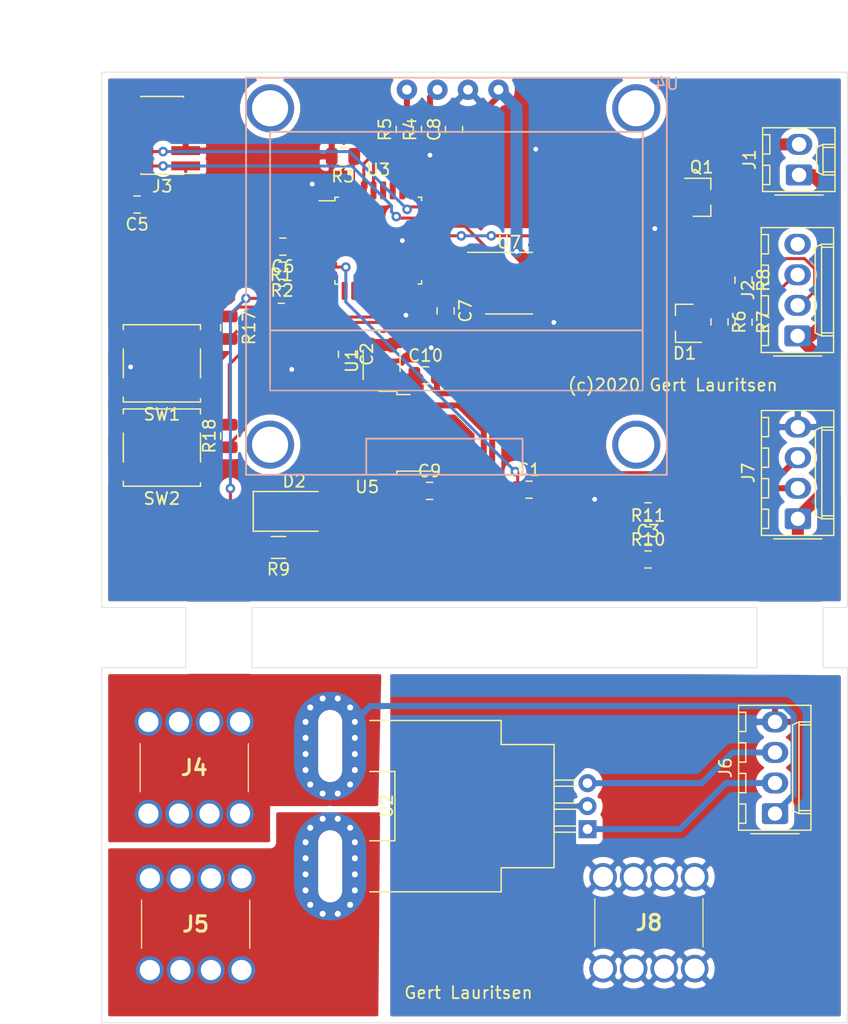
<source format=kicad_pcb>
(kicad_pcb (version 20171130) (host pcbnew "(5.1.6)-1")
  (layers (0 F.Cu signal) (31 B.Cu signal) (34 B.Paste user) (35 F.Paste user) (36 B.SilkS user) (37 F.SilkS user) (38 B.Mask user) (39 F.Mask user) (44 Edge.Cuts user))
  (net 0 "")
  (net 1 GNDD)
  (net 2 +3V3)
  (net 3 "Net-(J1-Pad2)")
  (net 4 "Net-(J2-Pad3)")
  (net 5 "Net-(J2-Pad2)")
  (net 6 Vbat)
  (net 7 "Net-(R3-Pad1)")
  (net 8 SCL)
  (net 9 SDA)
  (net 10 "Net-(D1-Pad1)")
  (net 11 "Net-(D1-Pad2)")
  (net 12 RST)
  (net 13 DIR)
  (net 14 TX)
  (net 15 RX)
  (net 16 SWDCLK)
  (net 17 SWDIO)
  (net 18 Buzz)
  (net 19 +BATT)
  (net 20 "Net-(C9-Pad1)")
  (net 21 "Net-(J5-Pad3)")
  (net 22 "Net-(J5-Pad1)")
  (net 23 "Net-(J6-Pad2)")
  (net 24 Knap1)
  (net 25 Knap2)
  (net 26 +Ibat)
  (net 27 +5V)
  (net 28 "Net-(J4-Pad1)")
  (net 29 "Net-(J6-Pad4)")
  (net 30 "Net-(J6-Pad3)")
  (net 31 "Net-(C3-Pad1)")
  (module "LIb:1.3 IIC display" (layer B.Cu) (at 148 60.46 180)
    (fp_text reference U4 (at 0 -0.5) (layer B.SilkS) (effects (justify mirror)))
    (fp_text value OLED128x64)
    (pad 1 thru_hole circle (at 14 -1 180) (size 1.7 1.7) (drill 0.8) (layers *.Cu *.Mask) (net 2 +3V3))
    (pad 2 thru_hole circle (at 16.54 -1 180) (size 1.7 1.7) (drill 0.8) (layers *.Cu *.Mask) (net 1 GNDD))
    (pad 3 thru_hole circle (at 19.08 -1 180) (size 1.7 1.7) (drill 0.8) (layers *.Cu *.Mask) (net 8 SCL))
    (pad 4 thru_hole circle (at 21.62 -1 180) (size 1.7 1.7) (drill 0.8) (layers *.Cu *.Mask) (net 9 SDA))
    (pad A thru_hole circle (at 2.54 -2.54 180) (size 4 4) (drill 3) (layers *.Cu *.Mask))
    (pad A thru_hole circle (at 33 -2.54 180) (size 4 4) (drill 3) (layers *.Cu *.Mask))
    (pad A thru_hole circle (at 33 -30.5 180) (size 4 4) (drill 3) (layers *.Cu *.Mask))
    (pad A thru_hole circle (at 2.54 -30.5 180) (size 4 4) (drill 3) (layers *.Cu *.Mask))
  )
  (module Resistor_SMD:R_0805_2012Metric (layer F.Cu) (at 146.4375 98.5)
    (fp_text reference R11 (at 0 -1.65) (layer F.SilkS))
    (fp_text value 0R)
    (pad 2 smd roundrect (at 0.9375 0) (size 0.975 1.4) (layers F.Cu F.Paste F.Mask) (net 31 "Net-(C3-Pad1)"))
    (pad 1 smd roundrect (at -0.9375 0) (size 0.975 1.4) (layers F.Cu F.Paste F.Mask) (net 2 +3V3))
  )
  (module Resistor_SMD:R_0805_2012Metric (layer F.Cu) (at 146.4375 100.5)
    (fp_text reference R10 (at 0 -1.65) (layer F.SilkS))
    (fp_text value NM)
    (pad 2 smd roundrect (at 0.9375 0) (size 0.975 1.4) (layers F.Cu F.Paste F.Mask) (net 31 "Net-(C3-Pad1)"))
    (pad 1 smd roundrect (at -0.9375 0) (size 0.975 1.4) (layers F.Cu F.Paste F.Mask) (net 27 +5V))
  )
  (module Kicad:7460307 (layer F.Cu) (at 142.7 134.5)
    (fp_text reference J8 (at 3.81 -3.81) (layer F.SilkS) (effects (font (size 1.27 1.27) (thickness 0.254))))
    (fp_text value Conn_01x01 hide)
    (pad 1 thru_hole circle (at 0 -7.62) (size 2.3 2.3) (drill 1.675) (layers *.Cu *.Mask) (net 29 "Net-(J6-Pad4)"))
    (pad 1 thru_hole circle (at 2.54 -7.62) (size 2.3 2.3) (drill 1.675) (layers *.Cu *.Mask) (net 29 "Net-(J6-Pad4)"))
    (pad 1 thru_hole circle (at 5.08 -7.62) (size 2.3 2.3) (drill 1.675) (layers *.Cu *.Mask) (net 29 "Net-(J6-Pad4)"))
    (pad 1 thru_hole circle (at 7.62 -7.62) (size 2.3 2.3) (drill 1.675) (layers *.Cu *.Mask) (net 29 "Net-(J6-Pad4)"))
    (pad 1 thru_hole circle (at 7.62 0) (size 2.3 2.3) (drill 1.675) (layers *.Cu *.Mask) (net 29 "Net-(J6-Pad4)"))
    (pad 1 thru_hole circle (at 5.08 0) (size 2.3 2.3) (drill 1.675) (layers *.Cu *.Mask) (net 29 "Net-(J6-Pad4)"))
    (pad 1 thru_hole circle (at 2.54 0) (size 2.3 2.3) (drill 1.675) (layers *.Cu *.Mask) (net 29 "Net-(J6-Pad4)"))
    (pad 1 thru_hole circle (at 0 0) (size 2.3 2.3) (drill 1.675) (layers *.Cu *.Mask) (net 29 "Net-(J6-Pad4)"))
  )
  (module Resistor_SMD:R_0805_2012Metric (layer F.Cu) (at 111.6 90.2375 90)
    (fp_text reference R18 (at 0 -1.65 90) (layer F.SilkS))
    (fp_text value 10k)
    (pad 2 smd roundrect (at 0.9375 0 90) (size 0.975 1.4) (layers F.Cu F.Paste F.Mask) (net 25 Knap2))
    (pad 1 smd roundrect (at -0.9375 0 90) (size 0.975 1.4) (layers F.Cu F.Paste F.Mask) (net 2 +3V3))
  )
  (module Package_TO_SOT_SMD:TO-252-2 (layer F.Cu) (at 123.075 89.975 180)
    (fp_text reference U5 (at 0 -4.5) (layer F.SilkS))
    (fp_text value LM78M05_TO252)
    (pad 2 smd rect (at 2.1 0 180) (size 6.4 5.8) (layers F.Cu F.Mask) (net 1 GNDD))
    (pad 3 smd rect (at -4.2 2.28 180) (size 2.2 1.2) (layers F.Cu F.Paste F.Mask) (net 27 +5V))
    (pad 1 smd rect (at -4.2 -2.28 180) (size 2.2 1.2) (layers F.Cu F.Paste F.Mask) (net 20 "Net-(C9-Pad1)"))
  )
  (module Sensor_Current:Allegro_CB_PFF (layer F.Cu) (at 141.4 122.91 90)
    (fp_text reference U2 (at 1.91 -16.7 90) (layer F.SilkS))
    (fp_text value ACS770xCB-100B-PFF)
    (pad 5 thru_hole oval (at -3.09 -21.4 90) (size 9 6) (drill oval 6 2) (layers *.Cu *.Mask) (net 22 "Net-(J5-Pad1)"))
    (pad 4 thru_hole oval (at 6.91 -21.4 90) (size 9 6) (drill oval 6 2) (layers *.Cu *.Mask) (net 28 "Net-(J4-Pad1)"))
    (pad 1 thru_hole rect (at 0 0 90) (size 1.5 1.5) (drill 0.8) (layers *.Cu *.Mask) (net 23 "Net-(J6-Pad2)"))
    (pad 3 thru_hole circle (at 3.82 0 90) (size 1.5 1.5) (drill 0.8) (layers *.Cu *.Mask) (net 30 "Net-(J6-Pad3)"))
    (pad 2 thru_hole circle (at 1.91 0 90) (size 1.5 1.5) (drill 0.8) (layers *.Cu *.Mask) (net 29 "Net-(J6-Pad4)"))
    (pad 5 thru_hole oval (at 0.86 -22.03 25) (size 0.8 0.8) (drill 0.5) (layers *.Cu *.Mask) (net 22 "Net-(J5-Pad1)"))
    (pad 5 thru_hole oval (at 0.86 -20.77 155) (size 0.8 0.8) (drill 0.5) (layers *.Cu *.Mask) (net 22 "Net-(J5-Pad1)"))
    (pad 5 thru_hole circle (at 0.11 -19.74 90) (size 0.8 0.8) (drill 0.5) (layers *.Cu *.Mask) (net 22 "Net-(J5-Pad1)"))
    (pad 5 thru_hole circle (at 0.11 -23.06 90) (size 0.8 0.8) (drill 0.5) (layers *.Cu *.Mask) (net 22 "Net-(J5-Pad1)"))
    (pad 5 thru_hole circle (at -7.04 -22.03 90) (size 0.8 0.8) (drill 0.5) (layers *.Cu *.Mask) (net 22 "Net-(J5-Pad1)"))
    (pad 5 thru_hole circle (at -7.04 -20.77 90) (size 0.8 0.8) (drill 0.5) (layers *.Cu *.Mask) (net 22 "Net-(J5-Pad1)"))
    (pad 5 thru_hole circle (at -6.29 -19.74 90) (size 0.8 0.8) (drill 0.5) (layers *.Cu *.Mask) (net 22 "Net-(J5-Pad1)"))
    (pad 5 thru_hole circle (at -6.29 -23.06 90) (size 0.8 0.8) (drill 0.5) (layers *.Cu *.Mask) (net 22 "Net-(J5-Pad1)"))
    (pad 5 thru_hole circle (at -2.42 -19.35 90) (size 0.8 0.8) (drill 0.5) (layers *.Cu *.Mask) (net 22 "Net-(J5-Pad1)"))
    (pad 5 thru_hole circle (at -3.76 -19.35 90) (size 0.8 0.8) (drill 0.5) (layers *.Cu *.Mask) (net 22 "Net-(J5-Pad1)"))
    (pad 5 thru_hole circle (at -1.09 -19.35 90) (size 0.8 0.8) (drill 0.5) (layers *.Cu *.Mask) (net 22 "Net-(J5-Pad1)"))
    (pad 5 thru_hole circle (at -5.09 -19.35 90) (size 0.8 0.8) (drill 0.5) (layers *.Cu *.Mask) (net 22 "Net-(J5-Pad1)"))
    (pad 5 thru_hole circle (at -2.42 -23.45 90) (size 0.8 0.8) (drill 0.5) (layers *.Cu *.Mask) (net 22 "Net-(J5-Pad1)"))
    (pad 5 thru_hole circle (at -3.76 -23.45 90) (size 0.8 0.8) (drill 0.5) (layers *.Cu *.Mask) (net 22 "Net-(J5-Pad1)"))
    (pad 5 thru_hole circle (at -5.09 -23.45 90) (size 0.8 0.8) (drill 0.5) (layers *.Cu *.Mask) (net 22 "Net-(J5-Pad1)"))
    (pad 5 thru_hole circle (at -1.09 -23.45 90) (size 0.8 0.8) (drill 0.5) (layers *.Cu *.Mask) (net 22 "Net-(J5-Pad1)"))
    (pad 4 thru_hole circle (at 3.71 -19.74 90) (size 0.8 0.8) (drill 0.5) (layers *.Cu *.Mask) (net 28 "Net-(J4-Pad1)"))
    (pad 4 thru_hole circle (at 3.71 -23.06 90) (size 0.8 0.8) (drill 0.5) (layers *.Cu *.Mask) (net 28 "Net-(J4-Pad1)"))
    (pad 4 thru_hole oval (at 2.96 -20.77 25) (size 0.8 0.8) (drill 0.5) (layers *.Cu *.Mask) (net 28 "Net-(J4-Pad1)"))
    (pad 4 thru_hole oval (at 2.96 -22.03 155) (size 0.8 0.8) (drill 0.5) (layers *.Cu *.Mask) (net 28 "Net-(J4-Pad1)"))
    (pad 4 thru_hole circle (at 10.11 -19.74 90) (size 0.8 0.8) (drill 0.5) (layers *.Cu *.Mask) (net 28 "Net-(J4-Pad1)"))
    (pad 4 thru_hole circle (at 10.11 -23.06 90) (size 0.8 0.8) (drill 0.5) (layers *.Cu *.Mask) (net 28 "Net-(J4-Pad1)"))
    (pad 4 thru_hole circle (at 10.86 -22.03 90) (size 0.8 0.8) (drill 0.5) (layers *.Cu *.Mask) (net 28 "Net-(J4-Pad1)"))
    (pad 4 thru_hole circle (at 8.91 -19.35 90) (size 0.8 0.8) (drill 0.5) (layers *.Cu *.Mask) (net 28 "Net-(J4-Pad1)"))
    (pad 4 thru_hole circle (at 7.58 -19.35 90) (size 0.8 0.8) (drill 0.5) (layers *.Cu *.Mask) (net 28 "Net-(J4-Pad1)"))
    (pad 4 thru_hole circle (at 6.24 -19.35 90) (size 0.8 0.8) (drill 0.5) (layers *.Cu *.Mask) (net 28 "Net-(J4-Pad1)"))
    (pad 4 thru_hole circle (at 4.91 -19.35 90) (size 0.8 0.8) (drill 0.5) (layers *.Cu *.Mask) (net 28 "Net-(J4-Pad1)"))
    (pad 4 thru_hole circle (at 8.91 -23.45 90) (size 0.8 0.8) (drill 0.5) (layers *.Cu *.Mask) (net 28 "Net-(J4-Pad1)"))
    (pad 4 thru_hole circle (at 7.58 -23.45 90) (size 0.8 0.8) (drill 0.5) (layers *.Cu *.Mask) (net 28 "Net-(J4-Pad1)"))
    (pad 4 thru_hole circle (at 6.24 -23.45 90) (size 0.8 0.8) (drill 0.5) (layers *.Cu *.Mask) (net 28 "Net-(J4-Pad1)"))
    (pad 4 thru_hole circle (at 4.91 -23.45 90) (size 0.8 0.8) (drill 0.5) (layers *.Cu *.Mask) (net 28 "Net-(J4-Pad1)"))
    (pad 4 thru_hole circle (at 10.86 -20.77 90) (size 0.8 0.8) (drill 0.5) (layers *.Cu *.Mask) (net 28 "Net-(J4-Pad1)"))
  )
  (module Connector_Molex:Molex_KK-254_AE-6410-04A_1x04_P2.54mm_Vertical (layer F.Cu) (at 158.9 97.12 90)
    (fp_text reference J7 (at 3.81 -4.12 90) (layer F.SilkS))
    (fp_text value Conn_01x04)
    (pad 4 thru_hole oval (at 7.62 0 90) (size 1.74 2.19) (drill 1.19) (layers *.Cu *.Mask) (net 1 GNDD))
    (pad 3 thru_hole oval (at 5.08 0 90) (size 1.74 2.19) (drill 1.19) (layers *.Cu *.Mask) (net 26 +Ibat))
    (pad 2 thru_hole oval (at 2.54 0 90) (size 1.74 2.19) (drill 1.19) (layers *.Cu *.Mask) (net 31 "Net-(C3-Pad1)"))
    (pad 1 thru_hole roundrect (at 0 0 90) (size 1.74 2.19) (drill 1.19) (layers *.Cu *.Mask) (roundrect_rratio 0.143678) (net 19 +BATT))
  )
  (module Connector_Molex:Molex_KK-254_AE-6410-04A_1x04_P2.54mm_Vertical (layer F.Cu) (at 157 121.62 90)
    (fp_text reference J6 (at 3.81 -4.12 90) (layer F.SilkS))
    (fp_text value Conn_01x04)
    (pad 4 thru_hole oval (at 7.62 0 90) (size 1.74 2.19) (drill 1.19) (layers *.Cu *.Mask) (net 29 "Net-(J6-Pad4)"))
    (pad 3 thru_hole oval (at 5.08 0 90) (size 1.74 2.19) (drill 1.19) (layers *.Cu *.Mask) (net 30 "Net-(J6-Pad3)"))
    (pad 2 thru_hole oval (at 2.54 0 90) (size 1.74 2.19) (drill 1.19) (layers *.Cu *.Mask) (net 23 "Net-(J6-Pad2)"))
    (pad 1 thru_hole roundrect (at 0 0 90) (size 1.74 2.19) (drill 1.19) (layers *.Cu *.Mask) (roundrect_rratio 0.143678) (net 28 "Net-(J4-Pad1)"))
  )
  (module Kicad:7460307 (layer F.Cu) (at 105 134.62)
    (fp_text reference J5 (at 3.81 -3.81) (layer F.SilkS) (effects (font (size 1.27 1.27) (thickness 0.254))))
    (fp_text value Conn_01x01 hide)
    (pad 1 thru_hole circle (at 0 -7.62) (size 2.3 2.3) (drill 1.675) (layers *.Cu *.Mask) (net 22 "Net-(J5-Pad1)"))
    (pad 1 thru_hole circle (at 2.54 -7.62) (size 2.3 2.3) (drill 1.675) (layers *.Cu *.Mask) (net 22 "Net-(J5-Pad1)"))
    (pad 1 thru_hole circle (at 5.08 -7.62) (size 2.3 2.3) (drill 1.675) (layers *.Cu *.Mask) (net 22 "Net-(J5-Pad1)"))
    (pad 1 thru_hole circle (at 7.62 -7.62) (size 2.3 2.3) (drill 1.675) (layers *.Cu *.Mask) (net 22 "Net-(J5-Pad1)"))
    (pad 1 thru_hole circle (at 7.62 0) (size 2.3 2.3) (drill 1.675) (layers *.Cu *.Mask) (net 22 "Net-(J5-Pad1)"))
    (pad 1 thru_hole circle (at 5.08 0) (size 2.3 2.3) (drill 1.675) (layers *.Cu *.Mask) (net 22 "Net-(J5-Pad1)"))
    (pad 1 thru_hole circle (at 2.54 0) (size 2.3 2.3) (drill 1.675) (layers *.Cu *.Mask) (net 22 "Net-(J5-Pad1)"))
    (pad 1 thru_hole circle (at 0 0) (size 2.3 2.3) (drill 1.675) (layers *.Cu *.Mask) (net 22 "Net-(J5-Pad1)"))
  )
  (module Kicad:7460307 (layer F.Cu) (at 104.88 121.62)
    (fp_text reference J4 (at 3.81 -3.81) (layer F.SilkS) (effects (font (size 1.27 1.27) (thickness 0.254))))
    (fp_text value Conn_01x01 hide)
    (pad 1 thru_hole circle (at 0 -7.62) (size 2.3 2.3) (drill 1.675) (layers *.Cu *.Mask) (net 28 "Net-(J4-Pad1)"))
    (pad 1 thru_hole circle (at 2.54 -7.62) (size 2.3 2.3) (drill 1.675) (layers *.Cu *.Mask) (net 28 "Net-(J4-Pad1)"))
    (pad 1 thru_hole circle (at 5.08 -7.62) (size 2.3 2.3) (drill 1.675) (layers *.Cu *.Mask) (net 28 "Net-(J4-Pad1)"))
    (pad 1 thru_hole circle (at 7.62 -7.62) (size 2.3 2.3) (drill 1.675) (layers *.Cu *.Mask) (net 28 "Net-(J4-Pad1)"))
    (pad 1 thru_hole circle (at 7.62 0) (size 2.3 2.3) (drill 1.675) (layers *.Cu *.Mask) (net 28 "Net-(J4-Pad1)"))
    (pad 1 thru_hole circle (at 5.08 0) (size 2.3 2.3) (drill 1.675) (layers *.Cu *.Mask) (net 28 "Net-(J4-Pad1)"))
    (pad 1 thru_hole circle (at 2.54 0) (size 2.3 2.3) (drill 1.675) (layers *.Cu *.Mask) (net 28 "Net-(J4-Pad1)"))
    (pad 1 thru_hole circle (at 0 0) (size 2.3 2.3) (drill 1.675) (layers *.Cu *.Mask) (net 28 "Net-(J4-Pad1)"))
  )
  (module Capacitor_SMD:C_0805_2012Metric (layer F.Cu) (at 146.4375 96.5 180)
    (fp_text reference C3 (at 0 -1.65) (layer F.SilkS))
    (fp_text value 1uF)
    (pad 2 smd roundrect (at 0.9375 0 180) (size 0.975 1.4) (layers F.Cu F.Paste F.Mask) (net 1 GNDD))
    (pad 1 smd roundrect (at -0.9375 0 180) (size 0.975 1.4) (layers F.Cu F.Paste F.Mask) (net 31 "Net-(C3-Pad1)"))
  )
  (module Capacitor_SMD:C_0805_2012Metric (layer F.Cu) (at 136.5375 94.7)
    (fp_text reference C1 (at 0 -1.65) (layer F.SilkS))
    (fp_text value 100nF)
    (pad 2 smd roundrect (at 0.9375 0) (size 0.975 1.4) (layers F.Cu F.Paste F.Mask) (net 1 GNDD))
    (pad 1 smd roundrect (at -0.9375 0) (size 0.975 1.4) (layers F.Cu F.Paste F.Mask) (net 26 +Ibat))
  )
  (module Package_SO:SOIC-8_3.9x4.9mm_P1.27mm (layer F.Cu) (at 134.875 77.535)
    (fp_text reference U7 (at 0 -3.4) (layer F.SilkS))
    (fp_text value MAX3078E)
    (pad 8 smd roundrect (at 2.475 -1.905) (size 1.95 0.6) (layers F.Cu F.Paste F.Mask) (net 2 +3V3))
    (pad 7 smd roundrect (at 2.475 -0.635) (size 1.95 0.6) (layers F.Cu F.Paste F.Mask) (net 10 "Net-(D1-Pad1)"))
    (pad 6 smd roundrect (at 2.475 0.635) (size 1.95 0.6) (layers F.Cu F.Paste F.Mask) (net 11 "Net-(D1-Pad2)"))
    (pad 5 smd roundrect (at 2.475 1.905) (size 1.95 0.6) (layers F.Cu F.Paste F.Mask) (net 1 GNDD))
    (pad 4 smd roundrect (at -2.475 1.905) (size 1.95 0.6) (layers F.Cu F.Paste F.Mask) (net 14 TX))
    (pad 3 smd roundrect (at -2.475 0.635) (size 1.95 0.6) (layers F.Cu F.Paste F.Mask) (net 13 DIR))
    (pad 2 smd roundrect (at -2.475 -0.635) (size 1.95 0.6) (layers F.Cu F.Paste F.Mask) (net 13 DIR))
    (pad 1 smd roundrect (at -2.475 -1.905) (size 1.95 0.6) (layers F.Cu F.Paste F.Mask) (net 15 RX))
  )
  (module Button_Switch_SMD:SW_Push_1P1T_NO_CK_KSC7xxJ (layer F.Cu) (at 106 91.2)
    (fp_text reference SW2 (at 0 4.24) (layer F.SilkS))
    (fp_text value SW_Push)
    (pad 2 smd rect (at 2.9 2) (size 2.8 1) (layers F.Cu F.Paste F.Mask) (net 1 GNDD))
    (pad 2 smd rect (at -2.9 2) (size 2.8 1) (layers F.Cu F.Paste F.Mask) (net 1 GNDD))
    (pad 1 smd rect (at 2.9 -2) (size 2.8 1) (layers F.Cu F.Paste F.Mask) (net 25 Knap2))
    (pad 1 smd rect (at -2.9 -2) (size 2.8 1) (layers F.Cu F.Paste F.Mask) (net 25 Knap2))
  )
  (module Button_Switch_SMD:SW_Push_1P1T_NO_CK_KSC7xxJ (layer F.Cu) (at 106 84.2)
    (fp_text reference SW1 (at 0 4.24) (layer F.SilkS))
    (fp_text value SW_Push)
    (pad 2 smd rect (at 2.9 2) (size 2.8 1) (layers F.Cu F.Paste F.Mask) (net 1 GNDD))
    (pad 2 smd rect (at -2.9 2) (size 2.8 1) (layers F.Cu F.Paste F.Mask) (net 1 GNDD))
    (pad 1 smd rect (at 2.9 -2) (size 2.8 1) (layers F.Cu F.Paste F.Mask) (net 24 Knap1))
    (pad 1 smd rect (at -2.9 -2) (size 2.8 1) (layers F.Cu F.Paste F.Mask) (net 24 Knap1))
  )
  (module Resistor_SMD:R_0805_2012Metric (layer F.Cu) (at 111.6 81.2375 270)
    (fp_text reference R17 (at 0 -1.65 90) (layer F.SilkS))
    (fp_text value 10k)
    (pad 2 smd roundrect (at 0.9375 0 270) (size 0.975 1.4) (layers F.Cu F.Paste F.Mask) (net 24 Knap1))
    (pad 1 smd roundrect (at -0.9375 0 270) (size 0.975 1.4) (layers F.Cu F.Paste F.Mask) (net 2 +3V3))
  )
  (module Capacitor_SMD:C_0805_2012Metric (layer F.Cu) (at 127.9375 85.2)
    (fp_text reference C10 (at 0 -1.65) (layer F.SilkS))
    (fp_text value 1uF)
    (pad 2 smd roundrect (at 0.9375 0) (size 0.975 1.4) (layers F.Cu F.Paste F.Mask) (net 1 GNDD))
    (pad 1 smd roundrect (at -0.9375 0) (size 0.975 1.4) (layers F.Cu F.Paste F.Mask) (net 27 +5V))
  )
  (module Capacitor_SMD:C_0805_2012Metric (layer F.Cu) (at 128.2625 94.8)
    (fp_text reference C9 (at 0 -1.65) (layer F.SilkS))
    (fp_text value 2.2uF)
    (pad 2 smd roundrect (at 0.9375 0) (size 0.975 1.4) (layers F.Cu F.Paste F.Mask) (net 1 GNDD))
    (pad 1 smd roundrect (at -0.9375 0) (size 0.975 1.4) (layers F.Cu F.Paste F.Mask) (net 20 "Net-(C9-Pad1)"))
  )
  (module Diode_SMD:D_SMA (layer F.Cu) (at 117 96.5)
    (fp_text reference D2 (at 0 -2.5) (layer F.SilkS))
    (fp_text value SMZZ33-TP)
    (pad 2 smd rect (at 2 0) (size 2.5 1.8) (layers F.Cu F.Paste F.Mask) (net 1 GNDD))
    (pad 1 smd rect (at -2 0) (size 2.5 1.8) (layers F.Cu F.Paste F.Mask) (net 20 "Net-(C9-Pad1)"))
  )
  (module Resistor_SMD:R_1206_3216Metric (layer F.Cu) (at 115.7 99.5 180)
    (fp_text reference R9 (at 0 -1.82) (layer F.SilkS))
    (fp_text value 1R)
    (pad 2 smd roundrect (at 1.4 0 180) (size 1.25 1.75) (layers F.Cu F.Paste F.Mask) (roundrect_rratio 0.2) (net 19 +BATT))
    (pad 1 smd roundrect (at -1.4 0 180) (size 1.25 1.75) (layers F.Cu F.Paste F.Mask) (roundrect_rratio 0.2) (net 20 "Net-(C9-Pad1)"))
  )
  (module Package_TO_SOT_SMD:TSOT-23-5 (layer F.Cu) (at 124.25 83.99 90)
    (fp_text reference U1 (at 0 -2.45 90) (layer F.SilkS))
    (fp_text value ADP7142AUJZ)
    (pad 5 smd rect (at 1.31 -0.95 90) (size 1.22 0.65) (layers F.Cu F.Paste F.Mask) (net 2 +3V3))
    (pad 4 smd rect (at 1.31 0.95 90) (size 1.22 0.65) (layers F.Cu F.Paste F.Mask) (net 2 +3V3))
    (pad 3 smd rect (at -1.31 0.95 90) (size 1.22 0.65) (layers F.Cu F.Paste F.Mask) (net 27 +5V))
    (pad 2 smd rect (at -1.31 0 90) (size 1.22 0.65) (layers F.Cu F.Paste F.Mask) (net 1 GNDD))
    (pad 1 smd rect (at -1.31 -0.95 90) (size 1.22 0.65) (layers F.Cu F.Paste F.Mask) (net 27 +5V))
  )
  (module Package_TO_SOT_SMD:SOT-23 (layer F.Cu) (at 150.9 70.4)
    (fp_text reference Q1 (at 0 -2.5) (layer F.SilkS))
    (fp_text value Sq2318AES)
    (pad 3 smd rect (at 1 0) (size 0.9 0.8) (layers F.Cu F.Paste F.Mask) (net 3 "Net-(J1-Pad2)"))
    (pad 2 smd rect (at -1 0.95) (size 0.9 0.8) (layers F.Cu F.Paste F.Mask) (net 1 GNDD))
    (pad 1 smd rect (at -1 -0.95) (size 0.9 0.8) (layers F.Cu F.Paste F.Mask) (net 18 Buzz))
  )
  (module Capacitor_SMD:C_0805_2012Metric (layer F.Cu) (at 130.3 64.7625 90)
    (fp_text reference C8 (at 0 -1.65 90) (layer F.SilkS))
    (fp_text value 1uF)
    (pad 2 smd roundrect (at 0.9375 0 90) (size 0.975 1.4) (layers F.Cu F.Paste F.Mask) (net 1 GNDD))
    (pad 1 smd roundrect (at -0.9375 0 90) (size 0.975 1.4) (layers F.Cu F.Paste F.Mask) (net 2 +3V3))
  )
  (module Capacitor_SMD:C_0805_2012Metric (layer F.Cu) (at 129.6 79.8375 270)
    (fp_text reference C7 (at 0 -1.65 90) (layer F.SilkS))
    (fp_text value 1uF)
    (pad 2 smd roundrect (at 0.9375 0 270) (size 0.975 1.4) (layers F.Cu F.Paste F.Mask) (net 1 GNDD))
    (pad 1 smd roundrect (at -0.9375 0 270) (size 0.975 1.4) (layers F.Cu F.Paste F.Mask) (net 2 +3V3))
  )
  (module Capacitor_SMD:C_0805_2012Metric (layer F.Cu) (at 116.0625 74.5 180)
    (fp_text reference C6 (at 0 -1.65) (layer F.SilkS))
    (fp_text value 1uF)
    (pad 2 smd roundrect (at 0.9375 0 180) (size 0.975 1.4) (layers F.Cu F.Paste F.Mask) (net 1 GNDD))
    (pad 1 smd roundrect (at -0.9375 0 180) (size 0.975 1.4) (layers F.Cu F.Paste F.Mask) (net 2 +3V3))
  )
  (module Connector_PinHeader_1.27mm:PinHeader_2x05_P1.27mm_Vertical_SMD (layer F.Cu) (at 106.03 65.25 180)
    (fp_text reference J3 (at 0 -4.235) (layer F.SilkS))
    (fp_text value Prog)
    (pad 10 smd rect (at 1.95 2.54 180) (size 2.4 0.74) (layers F.Cu F.Paste F.Mask) (net 12 RST))
    (pad 9 smd rect (at -1.95 2.54 180) (size 2.4 0.74) (layers F.Cu F.Paste F.Mask) (net 1 GNDD))
    (pad 8 smd rect (at 1.95 1.27 180) (size 2.4 0.74) (layers F.Cu F.Paste F.Mask))
    (pad 7 smd rect (at -1.95 1.27 180) (size 2.4 0.74) (layers F.Cu F.Paste F.Mask))
    (pad 6 smd rect (at 1.95 0 180) (size 2.4 0.74) (layers F.Cu F.Paste F.Mask))
    (pad 5 smd rect (at -1.95 0 180) (size 2.4 0.74) (layers F.Cu F.Paste F.Mask) (net 1 GNDD))
    (pad 4 smd rect (at 1.95 -1.27 180) (size 2.4 0.74) (layers F.Cu F.Paste F.Mask) (net 16 SWDCLK))
    (pad 3 smd rect (at -1.95 -1.27 180) (size 2.4 0.74) (layers F.Cu F.Paste F.Mask) (net 1 GNDD))
    (pad 2 smd rect (at 1.95 -2.54 180) (size 2.4 0.74) (layers F.Cu F.Paste F.Mask) (net 17 SWDIO))
    (pad 1 smd rect (at -1.95 -2.54 180) (size 2.4 0.74) (layers F.Cu F.Paste F.Mask) (net 2 +3V3))
  )
  (module Capacitor_SMD:C_0805_2012Metric (layer F.Cu) (at 103.9375 71 180)
    (fp_text reference C5 (at 0 -1.65) (layer F.SilkS))
    (fp_text value 100nF)
    (pad 2 smd roundrect (at 0.9375 0 180) (size 0.975 1.4) (layers F.Cu F.Paste F.Mask) (net 1 GNDD))
    (pad 1 smd roundrect (at -0.9375 0 180) (size 0.975 1.4) (layers F.Cu F.Paste F.Mask) (net 12 RST))
  )
  (module Package_TO_SOT_SMD:SOT-23 (layer F.Cu) (at 149.48 80.87 180)
    (fp_text reference D1 (at 0 -2.5) (layer F.SilkS))
    (fp_text value SM712_TCT)
    (pad 3 smd rect (at 1 0 180) (size 0.9 0.8) (layers F.Cu F.Paste F.Mask) (net 1 GNDD))
    (pad 2 smd rect (at -1 0.95 180) (size 0.9 0.8) (layers F.Cu F.Paste F.Mask) (net 11 "Net-(D1-Pad2)"))
    (pad 1 smd rect (at -1 -0.95 180) (size 0.9 0.8) (layers F.Cu F.Paste F.Mask) (net 10 "Net-(D1-Pad1)"))
  )
  (module Package_QFP:LQFP-32_7x7mm_P0.8mm (layer F.Cu) (at 124 74)
    (fp_text reference U3 (at 0 -5.88) (layer F.SilkS))
    (fp_text value STM32L052K8Tx)
    (pad 32 smd roundrect (at -2.8 -4.175) (size 0.5 1.5) (layers F.Cu F.Paste F.Mask) (net 1 GNDD))
    (pad 31 smd roundrect (at -2 -4.175) (size 0.5 1.5) (layers F.Cu F.Paste F.Mask) (net 7 "Net-(R3-Pad1)"))
    (pad 30 smd roundrect (at -1.2 -4.175) (size 0.5 1.5) (layers F.Cu F.Paste F.Mask) (net 9 SDA))
    (pad 29 smd roundrect (at -0.4 -4.175) (size 0.5 1.5) (layers F.Cu F.Paste F.Mask) (net 8 SCL))
    (pad 28 smd roundrect (at 0.4 -4.175) (size 0.5 1.5) (layers F.Cu F.Paste F.Mask))
    (pad 27 smd roundrect (at 1.2 -4.175) (size 0.5 1.5) (layers F.Cu F.Paste F.Mask))
    (pad 26 smd roundrect (at 2 -4.175) (size 0.5 1.5) (layers F.Cu F.Paste F.Mask))
    (pad 25 smd roundrect (at 2.8 -4.175) (size 0.5 1.5) (layers F.Cu F.Paste F.Mask))
    (pad 24 smd roundrect (at 4.175 -2.8) (size 1.5 0.5) (layers F.Cu F.Paste F.Mask) (net 16 SWDCLK))
    (pad 23 smd roundrect (at 4.175 -2) (size 1.5 0.5) (layers F.Cu F.Paste F.Mask) (net 17 SWDIO))
    (pad 22 smd roundrect (at 4.175 -1.2) (size 1.5 0.5) (layers F.Cu F.Paste F.Mask) (net 13 DIR))
    (pad 21 smd roundrect (at 4.175 -0.4) (size 1.5 0.5) (layers F.Cu F.Paste F.Mask) (net 18 Buzz))
    (pad 20 smd roundrect (at 4.175 0.4) (size 1.5 0.5) (layers F.Cu F.Paste F.Mask) (net 15 RX))
    (pad 19 smd roundrect (at 4.175 1.2) (size 1.5 0.5) (layers F.Cu F.Paste F.Mask) (net 14 TX))
    (pad 18 smd roundrect (at 4.175 2) (size 1.5 0.5) (layers F.Cu F.Paste F.Mask))
    (pad 17 smd roundrect (at 4.175 2.8) (size 1.5 0.5) (layers F.Cu F.Paste F.Mask) (net 2 +3V3))
    (pad 16 smd roundrect (at 2.8 4.175) (size 0.5 1.5) (layers F.Cu F.Paste F.Mask) (net 1 GNDD))
    (pad 15 smd roundrect (at 2 4.175) (size 0.5 1.5) (layers F.Cu F.Paste F.Mask) (net 25 Knap2))
    (pad 14 smd roundrect (at 1.2 4.175) (size 0.5 1.5) (layers F.Cu F.Paste F.Mask) (net 24 Knap1))
    (pad 13 smd roundrect (at 0.4 4.175) (size 0.5 1.5) (layers F.Cu F.Paste F.Mask))
    (pad 12 smd roundrect (at -0.4 4.175) (size 0.5 1.5) (layers F.Cu F.Paste F.Mask))
    (pad 11 smd roundrect (at -1.2 4.175) (size 0.5 1.5) (layers F.Cu F.Paste F.Mask))
    (pad 10 smd roundrect (at -2 4.175) (size 0.5 1.5) (layers F.Cu F.Paste F.Mask))
    (pad 9 smd roundrect (at -2.8 4.175) (size 0.5 1.5) (layers F.Cu F.Paste F.Mask))
    (pad 8 smd roundrect (at -4.175 2.8) (size 1.5 0.5) (layers F.Cu F.Paste F.Mask))
    (pad 7 smd roundrect (at -4.175 2) (size 1.5 0.5) (layers F.Cu F.Paste F.Mask) (net 26 +Ibat))
    (pad 6 smd roundrect (at -4.175 1.2) (size 1.5 0.5) (layers F.Cu F.Paste F.Mask) (net 6 Vbat))
    (pad 5 smd roundrect (at -4.175 0.4) (size 1.5 0.5) (layers F.Cu F.Paste F.Mask) (net 2 +3V3))
    (pad 4 smd roundrect (at -4.175 -0.4) (size 1.5 0.5) (layers F.Cu F.Paste F.Mask) (net 12 RST))
    (pad 3 smd roundrect (at -4.175 -1.2) (size 1.5 0.5) (layers F.Cu F.Paste F.Mask))
    (pad 2 smd roundrect (at -4.175 -2) (size 1.5 0.5) (layers F.Cu F.Paste F.Mask))
    (pad 1 smd roundrect (at -4.175 -2.8) (size 1.5 0.5) (layers F.Cu F.Paste F.Mask) (net 2 +3V3))
  )
  (module Resistor_SMD:R_0805_2012Metric (layer F.Cu) (at 154.38 77.2825 270)
    (fp_text reference R8 (at 0 -1.65 90) (layer F.SilkS))
    (fp_text value 100R)
    (pad 2 smd roundrect (at 0.9375 0 270) (size 0.975 1.4) (layers F.Cu F.Paste F.Mask) (net 11 "Net-(D1-Pad2)"))
    (pad 1 smd roundrect (at -0.9375 0 270) (size 0.975 1.4) (layers F.Cu F.Paste F.Mask) (net 5 "Net-(J2-Pad2)"))
  )
  (module Resistor_SMD:R_0805_2012Metric (layer F.Cu) (at 154.38 80.7825 270)
    (fp_text reference R7 (at 0 -1.65 90) (layer F.SilkS))
    (fp_text value 100R)
    (pad 2 smd roundrect (at 0.9375 0 270) (size 0.975 1.4) (layers F.Cu F.Paste F.Mask) (net 10 "Net-(D1-Pad1)"))
    (pad 1 smd roundrect (at -0.9375 0 270) (size 0.975 1.4) (layers F.Cu F.Paste F.Mask) (net 4 "Net-(J2-Pad3)"))
  )
  (module Resistor_SMD:R_0805_2012Metric (layer F.Cu) (at 152.38 80.7575 270)
    (fp_text reference R6 (at 0 -1.65 90) (layer F.SilkS))
    (fp_text value 1k)
    (pad 2 smd roundrect (at 0.9375 0 270) (size 0.975 1.4) (layers F.Cu F.Paste F.Mask) (net 10 "Net-(D1-Pad1)"))
    (pad 1 smd roundrect (at -0.9375 0 270) (size 0.975 1.4) (layers F.Cu F.Paste F.Mask) (net 11 "Net-(D1-Pad2)"))
  )
  (module Resistor_SMD:R_0805_2012Metric (layer F.Cu) (at 126.2 64.7625 90)
    (fp_text reference R5 (at 0 -1.65 90) (layer F.SilkS))
    (fp_text value 10k)
    (pad 2 smd roundrect (at 0.9375 0 90) (size 0.975 1.4) (layers F.Cu F.Paste F.Mask) (net 9 SDA))
    (pad 1 smd roundrect (at -0.9375 0 90) (size 0.975 1.4) (layers F.Cu F.Paste F.Mask) (net 2 +3V3))
  )
  (module Resistor_SMD:R_0805_2012Metric (layer F.Cu) (at 128.3 64.7625 90)
    (fp_text reference R4 (at 0 -1.65 90) (layer F.SilkS))
    (fp_text value 10k)
    (pad 2 smd roundrect (at 0.9375 0 90) (size 0.975 1.4) (layers F.Cu F.Paste F.Mask) (net 8 SCL))
    (pad 1 smd roundrect (at -0.9375 0 90) (size 0.975 1.4) (layers F.Cu F.Paste F.Mask) (net 2 +3V3))
  )
  (module Resistor_SMD:R_0805_2012Metric (layer F.Cu) (at 121.0625 67 180)
    (fp_text reference R3 (at 0 -1.65) (layer F.SilkS))
    (fp_text value 10k)
    (pad 2 smd roundrect (at 0.9375 0 180) (size 0.975 1.4) (layers F.Cu F.Paste F.Mask) (net 1 GNDD))
    (pad 1 smd roundrect (at -0.9375 0 180) (size 0.975 1.4) (layers F.Cu F.Paste F.Mask) (net 7 "Net-(R3-Pad1)"))
  )
  (module Resistor_SMD:R_0805_2012Metric (layer F.Cu) (at 116 76.5 180)
    (fp_text reference R2 (at 0 -1.65) (layer F.SilkS))
    (fp_text value 10k)
    (pad 2 smd roundrect (at 0.9375 0 180) (size 0.975 1.4) (layers F.Cu F.Paste F.Mask) (net 1 GNDD))
    (pad 1 smd roundrect (at -0.9375 0 180) (size 0.975 1.4) (layers F.Cu F.Paste F.Mask) (net 6 Vbat))
  )
  (module Resistor_SMD:R_0805_2012Metric (layer F.Cu) (at 115.9375 78.5)
    (fp_text reference R1 (at 0 -1.65) (layer F.SilkS))
    (fp_text value 100k)
    (pad 2 smd roundrect (at 0.9375 0) (size 0.975 1.4) (layers F.Cu F.Paste F.Mask) (net 6 Vbat))
    (pad 1 smd roundrect (at -0.9375 0) (size 0.975 1.4) (layers F.Cu F.Paste F.Mask) (net 19 +BATT))
  )
  (module Connector_Molex:Molex_KK-254_AE-6410-04A_1x04_P2.54mm_Vertical (layer F.Cu) (at 158.88 81.92 90)
    (fp_text reference J2 (at 3.81 -4.12 90) (layer F.SilkS))
    (fp_text value Conn_01x04)
    (pad 4 thru_hole oval (at 7.62 0 90) (size 1.74 2.2) (drill 1.2) (layers *.Cu *.Mask))
    (pad 3 thru_hole oval (at 5.08 0 90) (size 1.74 2.2) (drill 1.2) (layers *.Cu *.Mask) (net 4 "Net-(J2-Pad3)"))
    (pad 2 thru_hole oval (at 2.54 0 90) (size 1.74 2.2) (drill 1.2) (layers *.Cu *.Mask) (net 5 "Net-(J2-Pad2)"))
    (pad 1 thru_hole roundrect (at 0 0 90) (size 1.74 2.2) (drill 1.2) (layers *.Cu *.Mask) (roundrect_rratio 0.143678) (net 19 +BATT))
  )
  (module Connector_Molex:Molex_KK-254_AE-6410-02A_1x02_P2.54mm_Vertical (layer F.Cu) (at 159 68.54 90)
    (fp_text reference J1 (at 1.27 -4.12 90) (layer F.SilkS))
    (fp_text value Alarm)
    (pad 2 thru_hole oval (at 2.54 0 90) (size 1.74 2.2) (drill 1.2) (layers *.Cu *.Mask) (net 3 "Net-(J1-Pad2)"))
    (pad 1 thru_hole roundrect (at 0 0 90) (size 1.74 2.2) (drill 1.2) (layers *.Cu *.Mask) (roundrect_rratio 0.143678) (net 19 +BATT))
  )
  (module Capacitor_SMD:C_0805_2012Metric (layer F.Cu) (at 121.4 83.4375 270)
    (fp_text reference C2 (at 0 -1.65 90) (layer F.SilkS))
    (fp_text value 22uF)
    (pad 2 smd roundrect (at 0.9375 0 270) (size 0.975 1.4) (layers F.Cu F.Paste F.Mask) (net 1 GNDD))
    (pad 1 smd roundrect (at -0.9375 0 270) (size 0.975 1.4) (layers F.Cu F.Paste F.Mask) (net 2 +3V3))
  )
  (gr_line (start 155.5 109.5) (end 113.5 109.5) (layer Edge.Cuts) (width 0.05))
  (gr_line (start 113.5 104.5) (end 155.5 104.5) (layer Edge.Cuts) (width 0.05))
  (gr_line (start 155.5 104.5) (end 155.5 109.5) (layer Edge.Cuts) (width 0.05))
  (gr_line (start 113.5 104.5) (end 113.5 109.5) (layer Edge.Cuts) (width 0.05))
  (gr_line (start 161 105.5) (end 161 109.5) (layer Edge.Cuts) (width 0.05))
  (gr_line (start 108 109.5) (end 108 105.5) (layer Edge.Cuts) (width 0.05))
  (gr_line (start 163 104.5) (end 161 104.5) (layer Edge.Cuts) (width 0.05))
  (gr_line (start 163 109.5) (end 163 110) (layer Edge.Cuts) (width 0.05))
  (gr_line (start 161 109.5) (end 163 109.5) (layer Edge.Cuts) (width 0.05))
  (gr_line (start 161 104.5) (end 161 105.5) (layer Edge.Cuts) (width 0.05))
  (gr_line (start 163 104) (end 163 104.5) (layer Edge.Cuts) (width 0.05))
  (gr_line (start 101 104.5) (end 101 104) (layer Edge.Cuts) (width 0.05))
  (gr_line (start 108 104.5) (end 101 104.5) (layer Edge.Cuts) (width 0.05))
  (gr_line (start 108 105.5) (end 108 104.5) (layer Edge.Cuts) (width 0.05))
  (gr_line (start 101 109.5) (end 108 109.5) (layer Edge.Cuts) (width 0.05))
  (gr_line (start 101 110) (end 101 109.5) (layer Edge.Cuts) (width 0.05))
  (gr_line (start 163 104) (end 163 60) (layer Edge.Cuts) (width 0.05))
  (gr_line (start 163 139) (end 163 110) (layer Edge.Cuts) (width 0.05))
  (gr_line (start 101 139) (end 163 139) (layer Edge.Cuts) (width 0.05))
  (gr_line (start 101 110) (end 101 139) (layer Edge.Cuts) (width 0.05))
  (gr_line (start 101 60) (end 101 104) (layer Edge.Cuts) (width 0.05))
  (gr_text "Gert Lauritsen" (at 131.5 136.5) (layer F.SilkS) (effects (font (size 1 1))))
  (gr_text "(c)2020 Gert Lauritsen" (at 148.5 86) (layer F.SilkS) (effects (font (size 1 1))))
  (gr_line (start 101 60) (end 163 60) (layer Edge.Cuts) (width 0.05))
  (segment (start 115.125 76.4375) (end 115.0625 76.5) (width 0.25) (layer F.Cu) (net 1))
  (segment (start 115.125 74.5) (end 115.125 76.4375) (width 0.25) (layer F.Cu) (net 1))
  (via (at 126 74) (size 0.8) (drill 0.4) (layers F.Cu B.Cu) (net 1))
  (via (at 118.5 69.3) (size 0.8) (drill 0.4) (layers F.Cu B.Cu) (net 1))
  (segment (start 125.434315 74) (end 126 74) (width 0.25) (layer F.Cu) (net 1))
  (segment (start 124.788588 74) (end 125.434315 74) (width 0.25) (layer F.Cu) (net 1))
  (segment (start 120.95 70.161412) (end 124.788588 74) (width 0.25) (layer F.Cu) (net 1))
  (segment (start 120.95 70.075) (end 120.95 70.161412) (width 0.25) (layer F.Cu) (net 1))
  (segment (start 121.2 69.825) (end 120.95 70.075) (width 0.25) (layer F.Cu) (net 1))
  (via (at 147 73) (size 0.8) (drill 0.4) (layers F.Cu B.Cu) (net 1))
  (via (at 128.3 66.9) (size 0.8) (drill 0.4) (layers F.Cu B.Cu) (net 1))
  (via (at 137.1 66.4) (size 0.8) (drill 0.4) (layers F.Cu B.Cu) (net 1))
  (segment (start 107.25 86.2) (end 103.1 86.2) (width 0.25) (layer F.Cu) (net 1))
  (segment (start 108.9 86.2) (end 107.25 86.2) (width 0.25) (layer F.Cu) (net 1))
  (via (at 138.6 80.8) (size 0.8) (drill 0.4) (layers F.Cu B.Cu) (net 1))
  (segment (start 137.35 79.55) (end 138.6 80.8) (width 0.25) (layer F.Cu) (net 1))
  (segment (start 137.35 79.44) (end 137.35 79.55) (width 0.25) (layer F.Cu) (net 1))
  (segment (start 130.3 62.62) (end 131.46 61.46) (width 0.5) (layer F.Cu) (net 1))
  (segment (start 130.3 63.825) (end 130.3 62.62) (width 0.5) (layer F.Cu) (net 1))
  (via (at 103.4 84.5) (size 0.8) (drill 0.4) (layers F.Cu B.Cu) (net 1))
  (via (at 126.3 80.2) (size 0.8) (drill 0.4) (layers F.Cu B.Cu) (net 1))
  (via (at 116.8 84.7) (size 0.8) (drill 0.4) (layers F.Cu B.Cu) (net 1))
  (via (at 128.4 82.9) (size 0.8) (drill 0.4) (layers F.Cu B.Cu) (net 1))
  (segment (start 124.25 84.729998) (end 124.979998 84) (width 0.25) (layer F.Cu) (net 1))
  (segment (start 124.25 85.3) (end 124.25 84.729998) (width 0.25) (layer F.Cu) (net 1))
  (segment (start 127.3 84) (end 128.4 82.9) (width 0.25) (layer F.Cu) (net 1))
  (segment (start 124.979998 84) (end 127.3 84) (width 0.25) (layer F.Cu) (net 1))
  (via (at 142 95.5) (size 0.8) (drill 0.4) (layers F.Cu B.Cu) (net 1))
  (segment (start 119.725 74.5) (end 119.825 74.4) (width 0.25) (layer F.Cu) (net 2))
  (segment (start 117 74.5) (end 119.725 74.5) (width 0.25) (layer F.Cu) (net 2))
  (segment (start 120.90001 74.07499) (end 120.575 74.4) (width 0.25) (layer F.Cu) (net 2))
  (segment (start 120.575 74.4) (end 119.825 74.4) (width 0.25) (layer F.Cu) (net 2))
  (segment (start 120.90001 71.688598) (end 120.90001 74.07499) (width 0.25) (layer F.Cu) (net 2))
  (segment (start 120.411412 71.2) (end 120.90001 71.688598) (width 0.25) (layer F.Cu) (net 2))
  (segment (start 119.825 71.2) (end 120.411412 71.2) (width 0.25) (layer F.Cu) (net 2))
  (segment (start 127.925 77.05) (end 126.65 77.05) (width 0.25) (layer F.Cu) (net 2))
  (segment (start 128.175 76.8) (end 127.925 77.05) (width 0.25) (layer F.Cu) (net 2))
  (segment (start 124 74.4) (end 119.825 74.4) (width 0.25) (layer F.Cu) (net 2))
  (segment (start 126.65 77.05) (end 124 74.4) (width 0.25) (layer F.Cu) (net 2))
  (segment (start 128.175 77.475) (end 129.6 78.9) (width 0.25) (layer F.Cu) (net 2))
  (segment (start 128.175 76.8) (end 128.175 77.475) (width 0.25) (layer F.Cu) (net 2))
  (segment (start 119.575 70.95) (end 108.95 70.95) (width 0.25) (layer F.Cu) (net 2))
  (segment (start 119.825 71.2) (end 119.575 70.95) (width 0.25) (layer F.Cu) (net 2))
  (segment (start 107.98 69.98) (end 107.98 67.79) (width 0.25) (layer F.Cu) (net 2))
  (segment (start 108.95 70.95) (end 107.98 69.98) (width 0.25) (layer F.Cu) (net 2))
  (segment (start 128.3 65.7) (end 126.2 65.7) (width 0.25) (layer F.Cu) (net 2))
  (segment (start 121.58 82.68) (end 121.4 82.5) (width 1) (layer F.Cu) (net 2))
  (segment (start 123.3 82.68) (end 121.58 82.68) (width 1) (layer F.Cu) (net 2))
  (segment (start 125.2 82.68) (end 123.3 82.68) (width 1) (layer F.Cu) (net 2))
  (segment (start 125.82 82.68) (end 129.6 78.9) (width 0.5) (layer F.Cu) (net 2))
  (segment (start 125.2 82.68) (end 125.82 82.68) (width 0.5) (layer F.Cu) (net 2))
  (segment (start 128.3 65.7) (end 130.3 65.7) (width 0.5) (layer F.Cu) (net 2))
  (segment (start 134 62) (end 134 61.46) (width 0.5) (layer F.Cu) (net 2))
  (segment (start 130.3 65.7) (end 134 62) (width 0.5) (layer F.Cu) (net 2))
  (segment (start 136.57 75.33) (end 134.6 77.3) (width 0.5) (layer F.Cu) (net 2))
  (segment (start 137.35 75.63) (end 137.05 75.33) (width 0.5) (layer F.Cu) (net 2))
  (segment (start 137.05 75.33) (end 136.57 75.33) (width 0.5) (layer F.Cu) (net 2))
  (segment (start 130.89001 80.19001) (end 129.6 78.9) (width 0.5) (layer F.Cu) (net 2))
  (segment (start 133.473534 80.19001) (end 130.89001 80.19001) (width 0.5) (layer F.Cu) (net 2))
  (segment (start 134.6 79.063544) (end 133.473534 80.19001) (width 0.5) (layer F.Cu) (net 2))
  (segment (start 134.6 77.3) (end 134.6 79.063544) (width 0.5) (layer F.Cu) (net 2))
  (segment (start 111.6 90.918998) (end 112.9 89.618998) (width 0.25) (layer F.Cu) (net 2))
  (segment (start 111.6 91.175) (end 111.6 90.918998) (width 0.25) (layer F.Cu) (net 2))
  (segment (start 112.9 89.618998) (end 112.9 84.6) (width 0.25) (layer F.Cu) (net 2))
  (segment (start 115 82.5) (end 121.4 82.5) (width 0.25) (layer F.Cu) (net 2))
  (segment (start 112.9 84.6) (end 115 82.5) (width 0.25) (layer F.Cu) (net 2))
  (segment (start 116.7 74.5) (end 117 74.5) (width 0.25) (layer F.Cu) (net 2))
  (segment (start 112.37499 79.52501) (end 115.67499 79.52501) (width 0.25) (layer F.Cu) (net 2))
  (segment (start 111.6 80.3) (end 112.37499 79.52501) (width 0.25) (layer F.Cu) (net 2))
  (segment (start 115.67499 79.52501) (end 116.06249 79.13751) (width 0.25) (layer F.Cu) (net 2))
  (segment (start 116.06249 79.13751) (end 116.06249 75.13751) (width 0.25) (layer F.Cu) (net 2))
  (segment (start 116.06249 75.13751) (end 116.7 74.5) (width 0.25) (layer F.Cu) (net 2))
  (via (at 135.5 74.9) (size 0.8) (drill 0.4) (layers F.Cu B.Cu) (net 2))
  (segment (start 137.35 75.63) (end 136.23 75.63) (width 1) (layer F.Cu) (net 2))
  (segment (start 136.23 75.63) (end 135.5 74.9) (width 1) (layer F.Cu) (net 2))
  (segment (start 135.5 62.96) (end 134 61.46) (width 1) (layer B.Cu) (net 2))
  (segment (start 135.5 74.9) (end 135.5 62.96) (width 1) (layer B.Cu) (net 2))
  (segment (start 133.473534 94.25466) (end 133.473534 80.19001) (width 0.5) (layer F.Cu) (net 2))
  (segment (start 137.718874 98.5) (end 133.473534 94.25466) (width 0.5) (layer F.Cu) (net 2))
  (segment (start 145.5 98.5) (end 137.718874 98.5) (width 0.5) (layer F.Cu) (net 2))
  (segment (start 156.3 66) (end 159 66) (width 1) (layer F.Cu) (net 3))
  (segment (start 151.9 70.4) (end 156.3 66) (width 1) (layer F.Cu) (net 3))
  (segment (start 158.65 76.84) (end 158.88 76.84) (width 0.25) (layer F.Cu) (net 4))
  (segment (start 157.53 77.96) (end 158.65 76.84) (width 0.25) (layer F.Cu) (net 4))
  (segment (start 157.53 78.19) (end 157.53 77.96) (width 0.25) (layer F.Cu) (net 4))
  (segment (start 155.875 79.845) (end 157.53 78.19) (width 0.25) (layer F.Cu) (net 4))
  (segment (start 154.38 79.845) (end 155.875 79.845) (width 0.25) (layer F.Cu) (net 4))
  (segment (start 154.865527 75.859473) (end 154.38 76.345) (width 0.25) (layer F.Cu) (net 5))
  (segment (start 155.22999 75.49501) (end 154.865527 75.859473) (width 0.25) (layer F.Cu) (net 5))
  (segment (start 160.30501 76.345011) (end 159.455009 75.49501) (width 0.25) (layer F.Cu) (net 5))
  (segment (start 160.30501 78.18499) (end 160.30501 76.345011) (width 0.25) (layer F.Cu) (net 5))
  (segment (start 159.11 79.38) (end 160.30501 78.18499) (width 0.25) (layer F.Cu) (net 5))
  (segment (start 159.455009 75.49501) (end 155.22999 75.49501) (width 0.25) (layer F.Cu) (net 5))
  (segment (start 158.88 79.38) (end 159.11 79.38) (width 0.25) (layer F.Cu) (net 5))
  (segment (start 116.875 76.5625) (end 116.9375 76.5) (width 0.25) (layer F.Cu) (net 6))
  (segment (start 116.875 78.5) (end 116.875 76.5625) (width 0.25) (layer F.Cu) (net 6))
  (segment (start 118.2375 75.2) (end 119.825 75.2) (width 0.25) (layer F.Cu) (net 6))
  (segment (start 116.9375 76.5) (end 118.2375 75.2) (width 0.25) (layer F.Cu) (net 6))
  (segment (start 122 67) (end 122 69.825) (width 0.127) (layer F.Cu) (net 7))
  (segment (start 128.3 62.08) (end 128.92 61.46) (width 0.5) (layer F.Cu) (net 8))
  (segment (start 128.3 63.825) (end 128.3 62.08) (width 0.5) (layer F.Cu) (net 8))
  (segment (start 127.48749 64.63751) (end 128.3 63.825) (width 0.25) (layer F.Cu) (net 8))
  (segment (start 125.75814 64.63751) (end 127.48749 64.63751) (width 0.25) (layer F.Cu) (net 8))
  (segment (start 123.6 66.79565) (end 125.75814 64.63751) (width 0.25) (layer F.Cu) (net 8))
  (segment (start 123.6 69.825) (end 123.6 66.79565) (width 0.25) (layer F.Cu) (net 8))
  (segment (start 123.05 69.575) (end 123.05 69.075562) (width 0.127) (layer F.Cu) (net 9))
  (segment (start 122.8 69.825) (end 123.05 69.575) (width 0.127) (layer F.Cu) (net 9))
  (segment (start 126.38 63.645) (end 126.2 63.825) (width 0.5) (layer F.Cu) (net 9))
  (segment (start 126.38 61.46) (end 126.38 63.645) (width 0.5) (layer F.Cu) (net 9))
  (segment (start 123.149991 66.609249) (end 125.93424 63.825) (width 0.25) (layer F.Cu) (net 9))
  (segment (start 123.14999 67.25001) (end 123.149991 66.609249) (width 0.25) (layer F.Cu) (net 9))
  (segment (start 125.93424 63.825) (end 126.2 63.825) (width 0.25) (layer F.Cu) (net 9))
  (segment (start 122.8 67.6) (end 123.14999 67.25001) (width 0.25) (layer F.Cu) (net 9))
  (segment (start 122.8 69.825) (end 122.8 67.6) (width 0.25) (layer F.Cu) (net 9))
  (segment (start 152.405 81.72) (end 152.38 81.695) (width 0.5) (layer F.Cu) (net 10))
  (segment (start 154.38 81.72) (end 152.405 81.72) (width 0.5) (layer F.Cu) (net 10))
  (segment (start 152.255 81.82) (end 152.38 81.695) (width 0.25) (layer F.Cu) (net 10))
  (segment (start 150.48 81.82) (end 152.255 81.82) (width 0.25) (layer F.Cu) (net 10))
  (segment (start 150.43 81.82) (end 150.48 81.82) (width 0.25) (layer F.Cu) (net 10))
  (segment (start 149.78 81.17) (end 150.43 81.82) (width 0.25) (layer F.Cu) (net 10))
  (segment (start 149.78 80.734998) (end 149.78 81.17) (width 0.25) (layer F.Cu) (net 10))
  (segment (start 136.348222 78.81499) (end 147.859992 78.81499) (width 0.25) (layer F.Cu) (net 10))
  (segment (start 136.04999 78.516758) (end 136.348222 78.81499) (width 0.25) (layer F.Cu) (net 10))
  (segment (start 136.04999 77.22501) (end 136.04999 78.516758) (width 0.25) (layer F.Cu) (net 10))
  (segment (start 147.859992 78.81499) (end 149.78 80.734998) (width 0.25) (layer F.Cu) (net 10))
  (segment (start 136.375 76.9) (end 136.04999 77.22501) (width 0.25) (layer F.Cu) (net 10))
  (segment (start 137.35 76.9) (end 136.375 76.9) (width 0.25) (layer F.Cu) (net 10))
  (segment (start 153.98 78.22) (end 152.38 79.82) (width 0.5) (layer F.Cu) (net 11))
  (segment (start 154.38 78.22) (end 153.98 78.22) (width 0.5) (layer F.Cu) (net 11))
  (segment (start 150.73 78.17) (end 152.38 79.82) (width 0.25) (layer F.Cu) (net 11))
  (segment (start 137.35 78.17) (end 150.73 78.17) (width 0.25) (layer F.Cu) (net 11))
  (segment (start 152.28 79.92) (end 152.38 79.82) (width 0.25) (layer F.Cu) (net 11))
  (segment (start 150.48 79.92) (end 152.28 79.92) (width 0.25) (layer F.Cu) (net 11))
  (segment (start 102.616499 68.741499) (end 104.389473 70.514473) (width 0.127) (layer F.Cu) (net 12))
  (segment (start 102.616499 62.846501) (end 102.616499 68.741499) (width 0.127) (layer F.Cu) (net 12))
  (segment (start 102.753 62.71) (end 102.616499 62.846501) (width 0.127) (layer F.Cu) (net 12))
  (segment (start 104.389473 70.514473) (end 104.875 71) (width 0.127) (layer F.Cu) (net 12))
  (segment (start 104.08 62.71) (end 102.753 62.71) (width 0.127) (layer F.Cu) (net 12))
  (segment (start 119.075 73.6) (end 118.675 73.2) (width 0.25) (layer F.Cu) (net 12))
  (segment (start 119.825 73.6) (end 119.075 73.6) (width 0.25) (layer F.Cu) (net 12))
  (segment (start 107.075 73.2) (end 104.875 71) (width 0.25) (layer F.Cu) (net 12))
  (segment (start 118.675 73.2) (end 107.075 73.2) (width 0.25) (layer F.Cu) (net 12))
  (segment (start 132.4 78.17) (end 132.4 76.9) (width 0.25) (layer F.Cu) (net 13))
  (segment (start 128.925 72.8) (end 128.175 72.8) (width 0.25) (layer F.Cu) (net 13))
  (segment (start 131.216768 72.8) (end 128.925 72.8) (width 0.25) (layer F.Cu) (net 13))
  (segment (start 133.70001 75.283242) (end 131.216768 72.8) (width 0.25) (layer F.Cu) (net 13))
  (segment (start 133.70001 76.57499) (end 133.70001 75.283242) (width 0.25) (layer F.Cu) (net 13))
  (segment (start 133.375 76.9) (end 133.70001 76.57499) (width 0.25) (layer F.Cu) (net 13))
  (segment (start 132.4 76.9) (end 133.375 76.9) (width 0.25) (layer F.Cu) (net 13))
  (segment (start 128.761412 75.2) (end 130.7 77.138588) (width 0.25) (layer F.Cu) (net 14))
  (segment (start 128.175 75.2) (end 128.761412 75.2) (width 0.25) (layer F.Cu) (net 14))
  (segment (start 131.425 79.44) (end 132.4 79.44) (width 0.25) (layer F.Cu) (net 14))
  (segment (start 130.7 78.715) (end 131.425 79.44) (width 0.25) (layer F.Cu) (net 14))
  (segment (start 130.7 77.138588) (end 130.7 78.715) (width 0.25) (layer F.Cu) (net 14))
  (segment (start 132.1 75.93) (end 130.63 75.93) (width 0.25) (layer F.Cu) (net 15))
  (segment (start 132.4 75.63) (end 132.1 75.93) (width 0.25) (layer F.Cu) (net 15))
  (segment (start 129.1 74.4) (end 128.175 74.4) (width 0.25) (layer F.Cu) (net 15))
  (segment (start 130.63 75.93) (end 129.1 74.4) (width 0.25) (layer F.Cu) (net 15))
  (via (at 126.4 71.4) (size 0.8) (drill 0.4) (layers F.Cu B.Cu) (net 16))
  (segment (start 128.175 71.2) (end 126.6 71.2) (width 0.25) (layer F.Cu) (net 16))
  (segment (start 126.6 71.2) (end 126.4 71.4) (width 0.25) (layer F.Cu) (net 16))
  (via (at 106.1 66.6) (size 0.8) (drill 0.4) (layers F.Cu B.Cu) (net 16))
  (segment (start 126.4 71.4) (end 121.6 66.6) (width 0.25) (layer B.Cu) (net 16))
  (segment (start 121.6 66.6) (end 106.1 66.6) (width 0.25) (layer B.Cu) (net 16))
  (segment (start 104.16 66.6) (end 104.08 66.52) (width 0.25) (layer F.Cu) (net 16))
  (segment (start 106.1 66.6) (end 104.16 66.6) (width 0.25) (layer F.Cu) (net 16))
  (segment (start 125.625001 72.125001) (end 125.5 72) (width 0.25) (layer F.Cu) (net 17))
  (segment (start 127.299999 72.125001) (end 125.625001 72.125001) (width 0.25) (layer F.Cu) (net 17))
  (via (at 125.5 72) (size 0.8) (drill 0.4) (layers F.Cu B.Cu) (net 17))
  (segment (start 128.175 72) (end 127.425 72) (width 0.25) (layer F.Cu) (net 17))
  (segment (start 127.425 72) (end 127.299999 72.125001) (width 0.25) (layer F.Cu) (net 17))
  (segment (start 125.100001 71.600001) (end 125.100001 71.100001) (width 0.25) (layer B.Cu) (net 17))
  (segment (start 125.5 72) (end 125.100001 71.600001) (width 0.25) (layer B.Cu) (net 17))
  (via (at 106.1 67.8) (size 0.8) (drill 0.4) (layers F.Cu B.Cu) (net 17))
  (segment (start 125.100001 71.100001) (end 121.8 67.8) (width 0.25) (layer B.Cu) (net 17))
  (segment (start 121.8 67.8) (end 106.1 67.8) (width 0.25) (layer B.Cu) (net 17))
  (segment (start 104.09 67.8) (end 104.08 67.79) (width 0.25) (layer F.Cu) (net 17))
  (segment (start 106.1 67.8) (end 104.09 67.8) (width 0.25) (layer F.Cu) (net 17))
  (via (at 130.9 73.6) (size 0.8) (drill 0.4) (layers F.Cu B.Cu) (net 18))
  (segment (start 128.175 73.6) (end 130.9 73.6) (width 0.25) (layer F.Cu) (net 18))
  (via (at 133.4 73.6) (size 0.8) (drill 0.4) (layers F.Cu B.Cu) (net 18))
  (segment (start 130.9 73.6) (end 133.4 73.6) (width 0.25) (layer B.Cu) (net 18))
  (segment (start 133.4 73.6) (end 144.1 73.6) (width 0.25) (layer F.Cu) (net 18))
  (segment (start 148.25 69.45) (end 149.9 69.45) (width 0.25) (layer F.Cu) (net 18))
  (segment (start 144.1 73.6) (end 148.25 69.45) (width 0.25) (layer F.Cu) (net 18))
  (segment (start 161.13002 80.76998) (end 161.13002 69.57002) (width 1) (layer F.Cu) (net 19))
  (segment (start 160.1 68.54) (end 159 68.54) (width 1) (layer F.Cu) (net 19))
  (segment (start 159.98 81.92) (end 161.13002 80.76998) (width 1) (layer F.Cu) (net 19))
  (segment (start 161.13002 69.57002) (end 160.1 68.54) (width 1) (layer F.Cu) (net 19))
  (segment (start 158.88 81.92) (end 159.98 81.92) (width 1) (layer F.Cu) (net 19))
  (segment (start 161.8 84.84) (end 158.88 81.92) (width 1) (layer F.Cu) (net 19))
  (segment (start 161.8 94.125329) (end 161.8 84.84) (width 1) (layer F.Cu) (net 19))
  (segment (start 158.9 97.12) (end 158.9 97.025329) (width 1) (layer F.Cu) (net 19))
  (segment (start 158.9 97.025329) (end 161.8 94.125329) (width 1) (layer F.Cu) (net 19))
  (segment (start 158.9 97.12) (end 158.9 99.1) (width 1) (layer F.Cu) (net 19))
  (segment (start 158.9 99.1) (end 155.9 102.1) (width 1) (layer F.Cu) (net 19))
  (segment (start 116.9 102.1) (end 114.3 99.5) (width 1) (layer F.Cu) (net 19))
  (segment (start 155.9 102.1) (end 116.9 102.1) (width 1) (layer F.Cu) (net 19))
  (via (at 111.7 94.6) (size 0.8) (drill 0.4) (layers F.Cu B.Cu) (net 19))
  (segment (start 114.3 99.5) (end 111.7 96.9) (width 0.25) (layer F.Cu) (net 19))
  (segment (start 111.7 96.9) (end 111.7 94.6) (width 0.25) (layer F.Cu) (net 19))
  (segment (start 111.7 94.6) (end 111.7 80.1) (width 0.25) (layer B.Cu) (net 19))
  (via (at 113 78.8) (size 0.8) (drill 0.4) (layers F.Cu B.Cu) (net 19))
  (segment (start 111.7 80.1) (end 113 78.8) (width 0.25) (layer B.Cu) (net 19))
  (segment (start 114.7 78.8) (end 115 78.5) (width 0.25) (layer F.Cu) (net 19))
  (segment (start 113 78.8) (end 114.7 78.8) (width 0.25) (layer F.Cu) (net 19))
  (segment (start 117.1 98.6) (end 115 96.5) (width 1) (layer F.Cu) (net 20))
  (segment (start 117.1 99.5) (end 117.1 98.6) (width 1) (layer F.Cu) (net 20))
  (segment (start 127.325 92.305) (end 127.275 92.255) (width 1) (layer F.Cu) (net 20))
  (segment (start 127.325 94.8) (end 127.325 92.305) (width 1) (layer F.Cu) (net 20))
  (segment (start 117.1 99.5) (end 125.7 99.5) (width 1) (layer F.Cu) (net 20))
  (segment (start 127.325 97.875) (end 127.325 94.8) (width 1) (layer F.Cu) (net 20))
  (segment (start 125.7 99.5) (end 127.325 97.875) (width 1) (layer F.Cu) (net 20))
  (segment (start 141.4 122.91) (end 149.09 122.91) (width 0.5) (layer B.Cu) (net 23))
  (segment (start 152.92 119.08) (end 157 119.08) (width 0.5) (layer B.Cu) (net 23))
  (segment (start 149.09 122.91) (end 152.92 119.08) (width 0.5) (layer B.Cu) (net 23))
  (segment (start 104.75 82.2) (end 108.9 82.2) (width 0.25) (layer F.Cu) (net 24))
  (segment (start 103.1 82.2) (end 104.75 82.2) (width 0.25) (layer F.Cu) (net 24))
  (segment (start 111.575 82.2) (end 111.6 82.175) (width 0.25) (layer F.Cu) (net 24))
  (segment (start 108.9 82.2) (end 111.575 82.2) (width 0.25) (layer F.Cu) (net 24))
  (segment (start 111.6 82.175) (end 113.42501 80.34999) (width 0.25) (layer F.Cu) (net 24))
  (segment (start 125.2 78.925) (end 125.2 78.175) (width 0.25) (layer F.Cu) (net 24))
  (segment (start 123.77501 80.34999) (end 125.2 78.925) (width 0.25) (layer F.Cu) (net 24))
  (segment (start 113.42501 80.34999) (end 123.77501 80.34999) (width 0.25) (layer F.Cu) (net 24))
  (segment (start 107.25 89.2) (end 103.1 89.2) (width 0.25) (layer F.Cu) (net 25))
  (segment (start 108.9 89.2) (end 107.25 89.2) (width 0.25) (layer F.Cu) (net 25))
  (segment (start 108.9 89.2) (end 109.975 89.2) (width 0.25) (layer F.Cu) (net 25))
  (segment (start 111.5 89.2) (end 111.6 89.3) (width 0.25) (layer F.Cu) (net 25))
  (segment (start 108.9 89.2) (end 111.5 89.2) (width 0.25) (layer F.Cu) (net 25))
  (segment (start 111.6 89.3) (end 111.6 84.3) (width 0.25) (layer F.Cu) (net 25))
  (segment (start 111.6 84.3) (end 115.1 80.8) (width 0.25) (layer F.Cu) (net 25))
  (segment (start 126 78.925) (end 126 78.175) (width 0.25) (layer F.Cu) (net 25))
  (segment (start 124.125 80.8) (end 126 78.925) (width 0.25) (layer F.Cu) (net 25))
  (segment (start 115.1 80.8) (end 124.125 80.8) (width 0.25) (layer F.Cu) (net 25))
  (segment (start 138.14999 95.85001) (end 136.75001 95.85001) (width 0.5) (layer F.Cu) (net 26))
  (segment (start 140.589999 93.410001) (end 138.14999 95.85001) (width 0.5) (layer F.Cu) (net 26))
  (segment (start 157.529999 93.410001) (end 140.589999 93.410001) (width 0.5) (layer F.Cu) (net 26))
  (segment (start 136.75001 95.85001) (end 135.6 94.7) (width 0.5) (layer F.Cu) (net 26))
  (segment (start 158.9 92.04) (end 157.529999 93.410001) (width 0.5) (layer F.Cu) (net 26))
  (segment (start 135.6 94.7) (end 135.6 93.4) (width 0.25) (layer F.Cu) (net 26))
  (via (at 135.4 93.2) (size 0.8) (drill 0.4) (layers F.Cu B.Cu) (net 26))
  (segment (start 135.6 93.4) (end 135.4 93.2) (width 0.25) (layer F.Cu) (net 26))
  (segment (start 135.4 93.2) (end 121.3 79.1) (width 0.25) (layer B.Cu) (net 26))
  (via (at 121.3 76.2) (size 0.8) (drill 0.4) (layers F.Cu B.Cu) (net 26))
  (segment (start 121.3 79.1) (end 121.3 76.2) (width 0.25) (layer B.Cu) (net 26))
  (segment (start 120.025 76.2) (end 119.825 76) (width 0.25) (layer F.Cu) (net 26))
  (segment (start 121.3 76.2) (end 120.025 76.2) (width 0.25) (layer F.Cu) (net 26))
  (segment (start 127.275 85.475) (end 127 85.2) (width 1) (layer F.Cu) (net 27))
  (segment (start 127.275 87.695) (end 127.275 85.475) (width 1) (layer F.Cu) (net 27))
  (segment (start 126.9 85.3) (end 127 85.2) (width 0.5) (layer F.Cu) (net 27))
  (segment (start 125.2 85.3) (end 126.9 85.3) (width 0.5) (layer F.Cu) (net 27))
  (segment (start 123.3 86.095002) (end 123.804998 86.6) (width 0.5) (layer F.Cu) (net 27))
  (segment (start 123.3 85.3) (end 123.3 86.095002) (width 0.5) (layer F.Cu) (net 27))
  (segment (start 125.2 86.41) (end 125.2 85.3) (width 0.5) (layer F.Cu) (net 27))
  (segment (start 125.01 86.6) (end 125.2 86.41) (width 0.5) (layer F.Cu) (net 27))
  (segment (start 123.804998 86.6) (end 125.01 86.6) (width 0.5) (layer F.Cu) (net 27))
  (segment (start 145.5 100.5) (end 144.5 100.5) (width 0.5) (layer F.Cu) (net 27))
  (segment (start 144.5 100.5) (end 143.5 99.5) (width 0.5) (layer F.Cu) (net 27))
  (segment (start 137.728911 99.5) (end 132.773524 94.544613) (width 0.5) (layer F.Cu) (net 27))
  (segment (start 143.5 99.5) (end 137.728911 99.5) (width 0.5) (layer F.Cu) (net 27))
  (segment (start 132.773524 94.544613) (end 132.773524 89.773524) (width 0.5) (layer F.Cu) (net 27))
  (segment (start 130.695 87.695) (end 127.275 87.695) (width 0.5) (layer F.Cu) (net 27))
  (segment (start 132.773524 89.773524) (end 130.695 87.695) (width 0.5) (layer F.Cu) (net 27))
  (segment (start 123.32001 112.67999) (end 120 116) (width 0.5) (layer B.Cu) (net 28))
  (segment (start 158.54501 113.453234) (end 157.771766 112.67999) (width 0.5) (layer B.Cu) (net 28))
  (segment (start 157.771766 112.67999) (end 123.32001 112.67999) (width 0.5) (layer B.Cu) (net 28))
  (segment (start 158.54501 120.07499) (end 158.54501 113.453234) (width 0.5) (layer B.Cu) (net 28))
  (segment (start 157 121.62) (end 158.54501 120.07499) (width 0.5) (layer B.Cu) (net 28))
  (segment (start 140.199999 124.379999) (end 142.7 126.88) (width 0.5) (layer B.Cu) (net 29))
  (segment (start 140.199999 121.139341) (end 140.199999 124.379999) (width 0.5) (layer B.Cu) (net 29))
  (segment (start 140.33934 121) (end 140.199999 121.139341) (width 0.5) (layer B.Cu) (net 29))
  (segment (start 141.4 121) (end 140.33934 121) (width 0.5) (layer B.Cu) (net 29))
  (segment (start 141.4 121) (end 140 121) (width 0.5) (layer B.Cu) (net 29))
  (segment (start 144.713998 114) (end 157 114) (width 0.5) (layer B.Cu) (net 29))
  (segment (start 140 118.713998) (end 144.713998 114) (width 0.5) (layer B.Cu) (net 29))
  (segment (start 140 121) (end 140 118.713998) (width 0.5) (layer B.Cu) (net 29))
  (segment (start 141.4 119.09) (end 150.91 119.09) (width 0.5) (layer B.Cu) (net 30))
  (segment (start 153.46 116.54) (end 157 116.54) (width 0.5) (layer B.Cu) (net 30))
  (segment (start 150.91 119.09) (end 153.46 116.54) (width 0.5) (layer B.Cu) (net 30))
  (segment (start 147.375 100.5) (end 147.375 98.5) (width 0.5) (layer F.Cu) (net 31))
  (segment (start 147.375 98.5) (end 147.375 96.5) (width 0.5) (layer F.Cu) (net 31))
  (segment (start 147.375 96.5) (end 153.5 96.5) (width 0.5) (layer F.Cu) (net 31))
  (segment (start 155.42 94.58) (end 158.9 94.58) (width 0.5) (layer F.Cu) (net 31))
  (segment (start 153.5 96.5) (end 155.42 94.58) (width 0.5) (layer F.Cu) (net 31))
  (zone (net 1) (net_name GNDD) (layer F.Cu) (connect_pads (clearance 0.508)) (min_thickness 0.254) (fill yes (arc_segments 32) (thermal_gap 0.508) (thermal_bridge_width 0.508))
    (polygon (pts (xy 163 104) (xy 101 104) (xy 101 60) (xy 163 60)))
  )
  (zone (net 1) (net_name GNDD) (layer B.Cu) (connect_pads (clearance 0.508)) (min_thickness 0.254) (fill yes (arc_segments 32) (thermal_gap 0.508) (thermal_bridge_width 0.508))
    (polygon (pts (xy 163 104) (xy 101 104) (xy 101 60) (xy 163 60)))
  )
  (zone (net 22) (net_name "Net-(J5-Pad1)") (layer F.Cu) (connect_pads yes (clearance 0.508)) (min_thickness 0.254) (fill yes (arc_segments 32) (thermal_gap 0.508) (thermal_bridge_width 0.508))
    (polygon (pts (xy 124 138.875) (xy 101 139.125) (xy 101 110) (xy 124.25 110)))
  )
  (zone (net 28) (net_name "Net-(J4-Pad1)") (layer F.Cu) (priority 1) (connect_pads yes (clearance 0.508)) (min_thickness 0.254) (fill yes (arc_segments 32) (thermal_gap 0.508) (thermal_bridge_width 0.508))
    (polygon (pts (xy 124 121) (xy 115 121) (xy 115 124) (xy 101 124) (xy 101 110) (xy 124.25 110)))
  )
  (zone (net 29) (net_name "Net-(J6-Pad4)") (layer B.Cu) (connect_pads (clearance 0.508)) (min_thickness 0.254) (fill yes (arc_segments 32) (thermal_gap 0.508) (thermal_bridge_width 0.508))
    (polygon (pts (xy 163 139) (xy 125 139) (xy 125 109.875) (xy 163 110.125)))
  )
  (zone (net 29) (net_name "Net-(J6-Pad4)") (layer F.Cu) (priority 2) (connect_pads (clearance 0.508)) (min_thickness 0.254) (fill yes (arc_segments 32) (thermal_gap 0.508) (thermal_bridge_width 0.508))
    (polygon (pts (xy 163 139.125) (xy 125 139) (xy 125 109.875) (xy 163 110.125)))
  )
)
</source>
